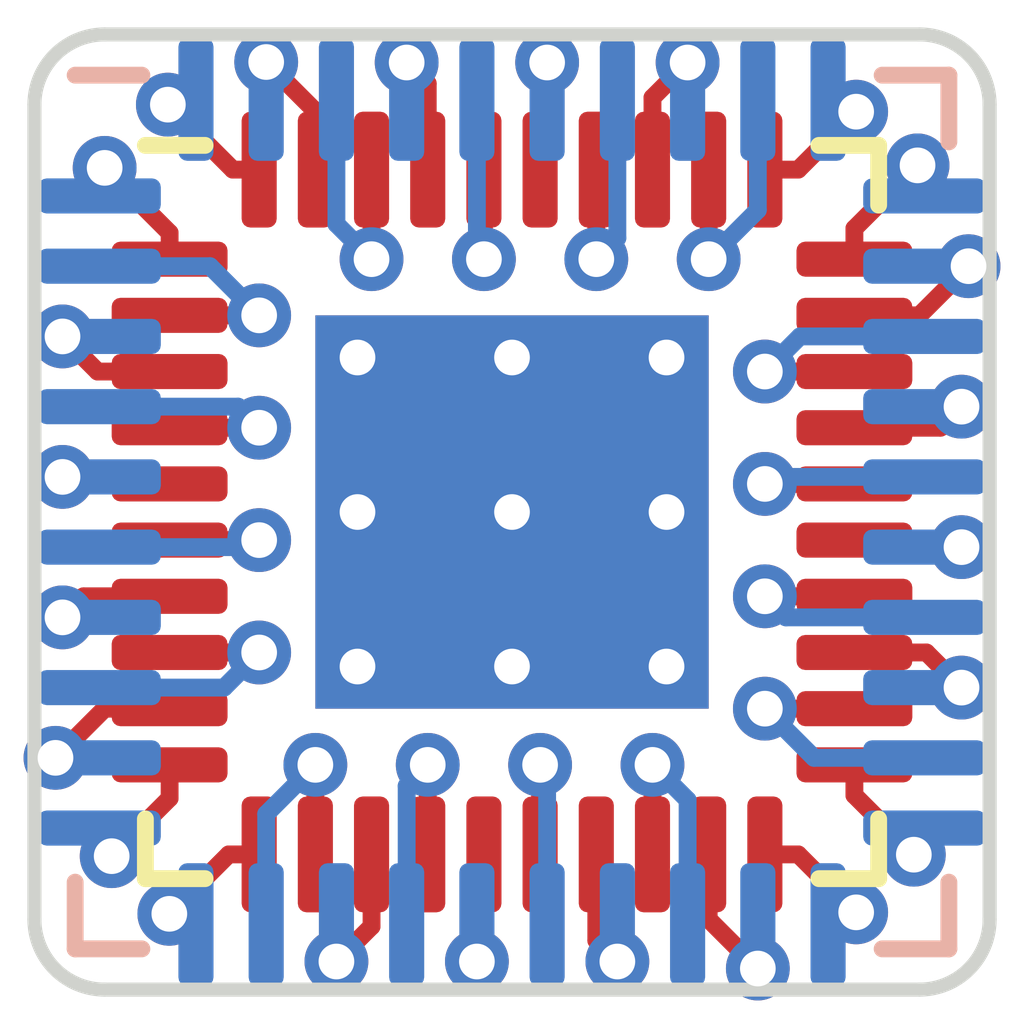
<source format=kicad_pcb>
(kicad_pcb (version 20211014) (generator pcbnew)
  (layers (0 "F.Cu" signal) (1 "In1.Cu" signal) (2 "In2.Cu" signal) (31 "B.Cu" signal) (34 "B.Paste" user) (35 "F.Paste" user) (36 "B.SilkS" user "B.Silkscreen") (37 "F.SilkS" user "F.Silkscreen") (38 "B.Mask" user) (39 "F.Mask" user) (44 "Edge.Cuts" user))
  (net 0 "")
  (net 1 "1")
  (net 2 "2")
  (net 3 "3")
  (net 4 "4")
  (net 5 "5")
  (net 6 "6")
  (net 7 "7")
  (net 8 "8")
  (net 9 "9")
  (net 10 "10")
  (net 11 "11")
  (net 12 "12")
  (net 13 "13")
  (net 14 "14")
  (net 15 "15")
  (net 16 "16")
  (net 17 "17")
  (net 18 "18")
  (net 19 "19")
  (net 20 "20")
  (net 21 "21")
  (net 22 "22")
  (net 23 "23")
  (net 24 "24")
  (net 25 "25")
  (net 26 "26")
  (net 27 "27")
  (net 28 "28")
  (net 29 "29")
  (net 30 "30")
  (net 31 "31")
  (net 32 "32")
  (net 33 "33")
  (net 34 "34")
  (net 35 "35")
  (net 36 "36")
  (net 37 "37")
  (net 38 "38")
  (net 39 "39")
  (net 40 "40")
  (net 41 "41")
  (footprint "Package_DFN_QFN:QFN-40-1EP_5x5mm_P0.4mm_EP3.6x3.6mm" (layer "F.Cu") (at 130 95)
    (fp_text reference "IC1" hide)
    (fp_text value "PCA9957HNMP" hide)
    (fp_line (start 2.61 2.61) (end 2.61 2.185) (layer "F.SilkS") (width 0.12))
    (fp_line (start 2.61 -2.61) (end 2.61 -2.185) (layer "F.SilkS") (width 0.12))
    (fp_line (start -2.185 2.61) (end -2.61 2.61) (layer "F.SilkS") (width 0.12))
    (fp_line (start -2.185 -2.61) (end -2.61 -2.61) (layer "F.SilkS") (width 0.12))
    (fp_line (start -2.61 2.61) (end -2.61 2.185) (layer "F.SilkS") (width 0.12))
    (fp_line (start 2.185 2.61) (end 2.61 2.61) (layer "F.SilkS") (width 0.12))
    (fp_line (start 2.185 -2.61) (end 2.61 -2.61) (layer "F.SilkS") (width 0.12))
    (pad "1" smd roundrect (at -2.4375 -1.8) (size 0.825 0.25) (layers "F.Cu" "F.Paste" "F.Mask") (net 1 "1"))
    (pad "2" smd roundrect (at -2.4375 -1.4) (size 0.825 0.25) (layers "F.Cu" "F.Paste" "F.Mask") (net 2 "2"))
    (pad "3" smd roundrect (at -2.4375 -1) (size 0.825 0.25) (layers "F.Cu" "F.Paste" "F.Mask") (net 3 "3"))
    (pad "4" smd roundrect (at -2.4375 -0.6) (size 0.825 0.25) (layers "F.Cu" "F.Paste" "F.Mask") (net 4 "4"))
    (pad "5" smd roundrect (at -2.4375 -0.2) (size 0.825 0.25) (layers "F.Cu" "F.Paste" "F.Mask") (net 5 "5"))
    (pad "6" smd roundrect (at -2.4375 0.2) (size 0.825 0.25) (layers "F.Cu" "F.Paste" "F.Mask") (net 6 "6"))
    (pad "7" smd roundrect (at -2.4375 0.6) (size 0.825 0.25) (layers "F.Cu" "F.Paste" "F.Mask") (net 7 "7"))
    (pad "8" smd roundrect (at -2.4375 1) (size 0.825 0.25) (layers "F.Cu" "F.Paste" "F.Mask") (net 8 "8"))
    (pad "9" smd roundrect (at -2.4375 1.4) (size 0.825 0.25) (layers "F.Cu" "F.Paste" "F.Mask") (net 9 "9"))
    (pad "10" smd roundrect (at -2.4375 1.8) (size 0.825 0.25) (layers "F.Cu" "F.Paste" "F.Mask") (net 10 "10"))
    (pad "11" smd roundrect (at -1.8 2.4375) (size 0.25 0.825) (layers "F.Cu" "F.Paste" "F.Mask") (net 11 "11"))
    (pad "12" smd roundrect (at -1.4 2.4375) (size 0.25 0.825) (layers "F.Cu" "F.Paste" "F.Mask") (net 12 "12"))
    (pad "13" smd roundrect (at -1 2.4375) (size 0.25 0.825) (layers "F.Cu" "F.Paste" "F.Mask") (net 13 "13"))
    (pad "14" smd roundrect (at -0.6 2.4375) (size 0.25 0.825) (layers "F.Cu" "F.Paste" "F.Mask") (net 14 "14"))
    (pad "15" smd roundrect (at -0.2 2.4375) (size 0.25 0.825) (layers "F.Cu" "F.Paste" "F.Mask") (net 15 "15"))
    (pad "16" smd roundrect (at 0.2 2.4375) (size 0.25 0.825) (layers "F.Cu" "F.Paste" "F.Mask") (net 16 "16"))
    (pad "17" smd roundrect (at 0.6 2.4375) (size 0.25 0.825) (layers "F.Cu" "F.Paste" "F.Mask") (net 17 "17"))
    (pad "18" smd roundrect (at 1 2.4375) (size 0.25 0.825) (layers "F.Cu" "F.Paste" "F.Mask") (net 18 "18"))
    (pad "19" smd roundrect (at 1.4 2.4375) (size 0.25 0.825) (layers "F.Cu" "F.Paste" "F.Mask") (net 19 "19"))
    (pad "20" smd roundrect (at 1.8 2.4375) (size 0.25 0.825) (layers "F.Cu" "F.Paste" "F.Mask") (net 20 "20"))
    (pad "21" smd roundrect (at 2.4375 1.8) (size 0.825 0.25) (layers "F.Cu" "F.Paste" "F.Mask") (net 21 "21"))
    (pad "22" smd roundrect (at 2.4375 1.4) (size 0.825 0.25) (layers "F.Cu" "F.Paste" "F.Mask") (net 22 "22"))
    (pad "23" smd roundrect (at 2.4375 1) (size 0.825 0.25) (layers "F.Cu" "F.Paste" "F.Mask") (net 23 "23"))
    (pad "24" smd roundrect (at 2.4375 0.6) (size 0.825 0.25) (layers "F.Cu" "F.Paste" "F.Mask") (net 24 "24"))
    (pad "25" smd roundrect (at 2.4375 0.2) (size 0.825 0.25) (layers "F.Cu" "F.Paste" "F.Mask") (net 25 "25"))
    (pad "26" smd roundrect (at 2.4375 -0.2) (size 0.825 0.25) (layers "F.Cu" "F.Paste" "F.Mask") (net 26 "26"))
    (pad "27" smd roundrect (at 2.4375 -0.6) (size 0.825 0.25) (layers "F.Cu" "F.Paste" "F.Mask") (net 27 "27"))
    (pad "28" smd roundrect (at 2.4375 -1) (size 0.825 0.25) (layers "F.Cu" "F.Paste" "F.Mask") (net 28 "28"))
    (pad "29" smd roundrect (at 2.4375 -1.4) (size 0.825 0.25) (layers "F.Cu" "F.Paste" "F.Mask") (net 29 "29"))
    (pad "30" smd roundrect (at 2.4375 -1.8) (size 0.825 0.25) (layers "F.Cu" "F.Paste" "F.Mask") (net 30 "30"))
    (pad "31" smd roundrect (at 1.8 -2.4375) (size 0.25 0.825) (layers "F.Cu" "F.Paste" "F.Mask") (net 31 "31"))
    (pad "32" smd roundrect (at 1.4 -2.4375) (size 0.25 0.825) (layers "F.Cu" "F.Paste" "F.Mask") (net 32 "32"))
    (pad "33" smd roundrect (at 1 -2.4375) (size 0.25 0.825) (layers "F.Cu" "F.Paste" "F.Mask") (net 33 "33"))
    (pad "34" smd roundrect (at 0.6 -2.4375) (size 0.25 0.825) (layers "F.Cu" "F.Paste" "F.Mask") (net 34 "34"))
    (pad "35" smd roundrect (at 0.2 -2.4375) (size 0.25 0.825) (layers "F.Cu" "F.Paste" "F.Mask") (net 35 "35"))
    (pad "36" smd roundrect (at -0.2 -2.4375) (size 0.25 0.825) (layers "F.Cu" "F.Paste" "F.Mask") (net 36 "36"))
    (pad "37" smd roundrect (at -0.6 -2.4375) (size 0.25 0.825) (layers "F.Cu" "F.Paste" "F.Mask") (net 37 "37"))
    (pad "38" smd roundrect (at -1 -2.4375) (size 0.25 0.825) (layers "F.Cu" "F.Paste" "F.Mask") (net 38 "38"))
    (pad "39" smd roundrect (at -1.4 -2.4375) (size 0.25 0.825) (layers "F.Cu" "F.Paste" "F.Mask") (net 39 "39"))
    (pad "40" smd roundrect (at -1.8 -2.4375) (size 0.25 0.825) (layers "F.Cu" "F.Paste" "F.Mask") (net 40 "40"))
    (pad "41" smd rect (at 0 0) (size 2.8 2.8) (layers "F.Cu" "F.Mask") (net 41 "41"))
  )
  (footprint "Package_DFN_QFN:HVQFN-40-1EP_6x6mm_P0.5mm_EP4.1x4.1mm" (layer "B.Cu") (at 130 95 180)
    (fp_text reference "IC2" hide)
    (fp_text value "PCA9957HNMP" hide)
    (fp_line (start 2.635 3.11) (end 3.11 3.11) (layer "B.SilkS") (width 0.12))
    (fp_line (start -3.11 -3.11) (end -3.11 -2.635) (layer "B.SilkS") (width 0.12))
    (fp_line (start -2.635 -3.11) (end -3.11 -3.11) (layer "B.SilkS") (width 0.12))
    (fp_line (start 3.11 -3.11) (end 3.11 -2.635) (layer "B.SilkS") (width 0.12))
    (fp_line (start -3.11 3.11) (end -3.11 2.635) (layer "B.SilkS") (width 0.12))
    (fp_line (start -2.635 3.11) (end -3.11 3.11) (layer "B.SilkS") (width 0.12))
    (fp_line (start 2.635 -3.11) (end 3.11 -3.11) (layer "B.SilkS") (width 0.12))
    (pad "1" smd roundrect (at 2.9375 2.25 180) (size 0.875 0.25) (layers "B.Cu" "B.Paste" "B.Mask") (net 1 "1"))
    (pad "2" smd roundrect (at 2.9375 1.75 180) (size 0.875 0.25) (layers "B.Cu" "B.Paste" "B.Mask") (net 2 "2"))
    (pad "3" smd roundrect (at 2.9375 1.25 180) (size 0.875 0.25) (layers "B.Cu" "B.Paste" "B.Mask") (net 3 "3"))
    (pad "4" smd roundrect (at 2.9375 0.75 180) (size 0.875 0.25) (layers "B.Cu" "B.Paste" "B.Mask") (net 4 "4"))
    (pad "5" smd roundrect (at 2.9375 0.25 180) (size 0.875 0.25) (layers "B.Cu" "B.Paste" "B.Mask") (net 5 "5"))
    (pad "6" smd roundrect (at 2.9375 -0.25 180) (size 0.875 0.25) (layers "B.Cu" "B.Paste" "B.Mask") (net 6 "6"))
    (pad "7" smd roundrect (at 2.9375 -0.75 180) (size 0.875 0.25) (layers "B.Cu" "B.Paste" "B.Mask") (net 7 "7"))
    (pad "8" smd roundrect (at 2.9375 -1.25 180) (size 0.875 0.25) (layers "B.Cu" "B.Paste" "B.Mask") (net 8 "8"))
    (pad "9" smd roundrect (at 2.9375 -1.75 180) (size 0.875 0.25) (layers "B.Cu" "B.Paste" "B.Mask") (net 9 "9"))
    (pad "10" smd roundrect (at 2.9375 -2.25 180) (size 0.875 0.25) (layers "B.Cu" "B.Paste" "B.Mask") (net 10 "10"))
    (pad "11" smd roundrect (at 2.25 -2.9375 180) (size 0.25 0.875) (layers "B.Cu" "B.Paste" "B.Mask") (net 11 "11"))
    (pad "12" smd roundrect (at 1.75 -2.9375 180) (size 0.25 0.875) (layers "B.Cu" "B.Paste" "B.Mask") (net 12 "12"))
    (pad "13" smd roundrect (at 1.25 -2.9375 180) (size 0.25 0.875) (layers "B.Cu" "B.Paste" "B.Mask") (net 13 "13"))
    (pad "14" smd roundrect (at 0.75 -2.9375 180) (size 0.25 0.875) (layers "B.Cu" "B.Paste" "B.Mask") (net 14 "14"))
    (pad "15" smd roundrect (at 0.25 -2.9375 180) (size 0.25 0.875) (layers "B.Cu" "B.Paste" "B.Mask") (net 15 "15"))
    (pad "16" smd roundrect (at -0.25 -2.9375 180) (size 0.25 0.875) (layers "B.Cu" "B.Paste" "B.Mask") (net 16 "16"))
    (pad "17" smd roundrect (at -0.75 -2.9375 180) (size 0.25 0.875) (layers "B.Cu" "B.Paste" "B.Mask") (net 17 "17"))
    (pad "18" smd roundrect (at -1.25 -2.9375 180) (size 0.25 0.875) (layers "B.Cu" "B.Paste" "B.Mask") (net 18 "18"))
    (pad "19" smd roundrect (at -1.75 -2.9375 180) (size 0.25 0.875) (layers "B.Cu" "B.Paste" "B.Mask") (net 19 "19"))
    (pad "20" smd roundrect (at -2.25 -2.9375 180) (size 0.25 0.875) (layers "B.Cu" "B.Paste" "B.Mask") (net 20 "20"))
    (pad "21" smd roundrect (at -2.9375 -2.25 180) (size 0.875 0.25) (layers "B.Cu" "B.Paste" "B.Mask") (net 21 "21"))
    (pad "22" smd roundrect (at -2.9375 -1.75 180) (size 0.875 0.25) (layers "B.Cu" "B.Paste" "B.Mask") (net 22 "22"))
    (pad "23" smd roundrect (at -2.9375 -1.25 180) (size 0.875 0.25) (layers "B.Cu" "B.Paste" "B.Mask") (net 23 "23"))
    (pad "24" smd roundrect (at -2.9375 -0.75 180) (size 0.875 0.25) (layers "B.Cu" "B.Paste" "B.Mask") (net 24 "24"))
    (pad "25" smd roundrect (at -2.9375 -0.25 180) (size 0.875 0.25) (layers "B.Cu" "B.Paste" "B.Mask") (net 25 "25"))
    (pad "26" smd roundrect (at -2.9375 0.25 180) (size 0.875 0.25) (layers "B.Cu" "B.Paste" "B.Mask") (net 26 "26"))
    (pad "27" smd roundrect (at -2.9375 0.75 180) (size 0.875 0.25) (layers "B.Cu" "B.Paste" "B.Mask") (net 27 "27"))
    (pad "28" smd roundrect (at -2.9375 1.25 180) (size 0.875 0.25) (layers "B.Cu" "B.Paste" "B.Mask") (net 28 "28"))
    (pad "29" smd roundrect (at -2.9375 1.75 180) (size 0.875 0.25) (layers "B.Cu" "B.Paste" "B.Mask") (net 29 "29"))
    (pad "30" smd roundrect (at -2.9375 2.25 180) (size 0.875 0.25) (layers "B.Cu" "B.Paste" "B.Mask") (net 30 "30"))
    (pad "31" smd roundrect (at -2.25 2.9375 180) (size 0.25 0.875) (layers "B.Cu" "B.Paste" "B.Mask") (net 31 "31"))
    (pad "32" smd roundrect (at -1.75 2.9375 180) (size 0.25 0.875) (layers "B.Cu" "B.Paste" "B.Mask") (net 32 "32"))
    (pad "33" smd roundrect (at -1.25 2.9375 180) (size 0.25 0.875) (layers "B.Cu" "B.Paste" "B.Mask") (net 33 "33"))
    (pad "34" smd roundrect (at -0.75 2.9375 180) (size 0.25 0.875) (layers "B.Cu" "B.Paste" "B.Mask") (net 34 "34"))
    (pad "35" smd roundrect (at -0.25 2.9375 180) (size 0.25 0.875) (layers "B.Cu" "B.Paste" "B.Mask") (net 35 "35"))
    (pad "36" smd roundrect (at 0.25 2.9375 180) (size 0.25 0.875) (layers "B.Cu" "B.Paste" "B.Mask") (net 36 "36"))
    (pad "37" smd roundrect (at 0.75 2.9375 180) (size 0.25 0.875) (layers "B.Cu" "B.Paste" "B.Mask") (net 37 "37"))
    (pad "38" smd roundrect (at 1.25 2.9375 180) (size 0.25 0.875) (layers "B.Cu" "B.Paste" "B.Mask") (net 38 "38"))
    (pad "39" smd roundrect (at 1.75 2.9375 180) (size 0.25 0.875) (layers "B.Cu" "B.Paste" "B.Mask") (net 39 "39"))
    (pad "40" smd roundrect (at 2.25 2.9375 180) (size 0.25 0.875) (layers "B.Cu" "B.Paste" "B.Mask") (net 40 "40"))
    (pad "41" smd rect (at 0 0 180) (size 2.8 2.8) (layers "B.Cu" "B.Mask") (net 41 "41"))
  )
  (gr_arc (start 133.4 97.9) (mid 133.253553 98.253553) (end 132.9 98.4) (layer "Edge.Cuts") (width 0.1))
  (gr_line (start 126.6 97.9) (end 126.6 92.1) (layer "Edge.Cuts") (width 0.1))
  (gr_arc (start 126.6 92.1) (mid 126.746447 91.746447) (end 127.1 91.6) (layer "Edge.Cuts") (width 0.1))
  (gr_arc (start 127.1 98.4) (mid 126.746447 98.253553) (end 126.6 97.9) (layer "Edge.Cuts") (width 0.1))
  (gr_line (start 132.9 98.4) (end 127.1 98.4) (layer "Edge.Cuts") (width 0.1))
  (gr_line (start 127.1 91.6) (end 132.9 91.6) (layer "Edge.Cuts") (width 0.1))
  (gr_line (start 133.4 92.1) (end 133.4 97.9) (layer "Edge.Cuts") (width 0.1))
  (gr_arc (start 132.9 91.6) (mid 133.253553 91.746447) (end 133.4 92.1) (layer "Edge.Cuts") (width 0.1))
  (segment (start 127.5625 93.0125) (end 127.1 92.55) (width 0.127) (layer "F.Cu") (net 1))
  (segment (start 127.5625 93.2) (end 127.5625 93.0125) (width 0.127) (layer "F.Cu") (net 1))
  (via (at 127.1 92.55) (size 0.454) (drill 0.254) (layers "F.Cu" "B.Cu") (net 1))
  (segment (start 127.1 92.55) (end 127.1 92.7125) (width 0.127) (layer "B.Cu") (net 1))
  (segment (start 127.1 92.7125) (end 127.0625 92.75) (width 0.127) (layer "B.Cu") (net 1))
  (segment (start 128.2 93.6) (end 127.5625 93.6) (width 0.127) (layer "F.Cu") (net 2))
  (via (at 128.2 93.6) (size 0.454) (drill 0.254) (layers "F.Cu" "B.Cu") (net 2))
  (segment (start 128.2 93.6) (end 127.85 93.25) (width 0.127) (layer "B.Cu") (net 2))
  (segment (start 127.85 93.25) (end 127.0625 93.25) (width 0.127) (layer "B.Cu") (net 2))
  (segment (start 127.05 94) (end 127.5625 94) (width 0.127) (layer "F.Cu") (net 3))
  (segment (start 126.8 93.75) (end 127.05 94) (width 0.127) (layer "F.Cu") (net 3))
  (via (at 126.8 93.75) (size 0.454) (drill 0.254) (layers "F.Cu" "B.Cu") (net 3))
  (segment (start 126.8 93.75) (end 127.0625 93.75) (width 0.127) (layer "B.Cu") (net 3))
  (segment (start 128.2 94.4) (end 127.5625 94.4) (width 0.127) (layer "F.Cu") (net 4))
  (via (at 128.2 94.4) (size 0.454) (drill 0.254) (layers "F.Cu" "B.Cu") (net 4))
  (segment (start 128.05 94.25) (end 128.2 94.4) (width 0.127) (layer "B.Cu") (net 4))
  (segment (start 127.0625 94.25) (end 128.05 94.25) (width 0.127) (layer "B.Cu") (net 4))
  (segment (start 127.5625 94.8) (end 126.85 94.8) (width 0.127) (layer "F.Cu") (net 5))
  (segment (start 126.85 94.8) (end 126.8 94.75) (width 0.127) (layer "F.Cu") (net 5))
  (via (at 126.8 94.75) (size 0.454) (drill 0.254) (layers "F.Cu" "B.Cu") (net 5))
  (segment (start 126.8 94.75) (end 127.0625 94.75) (width 0.127) (layer "B.Cu") (net 5))
  (segment (start 127.5625 95.2) (end 128.2 95.2) (width 0.127) (layer "F.Cu") (net 6))
  (via (at 128.2 95.2) (size 0.454) (drill 0.254) (layers "F.Cu" "B.Cu") (net 6))
  (segment (start 128.15 95.25) (end 128.2 95.2) (width 0.127) (layer "B.Cu") (net 6))
  (segment (start 127.0625 95.25) (end 128.15 95.25) (width 0.127) (layer "B.Cu") (net 6))
  (segment (start 127.5625 95.6) (end 126.95 95.6) (width 0.127) (layer "F.Cu") (net 7))
  (segment (start 126.95 95.6) (end 126.8 95.75) (width 0.127) (layer "F.Cu") (net 7))
  (via (at 126.8 95.75) (size 0.454) (drill 0.254) (layers "F.Cu" "B.Cu") (net 7))
  (segment (start 126.8 95.75) (end 127.0625 95.75) (width 0.127) (layer "B.Cu") (net 7))
  (segment (start 128.2 96) (end 127.5625 96) (width 0.127) (layer "F.Cu") (net 8))
  (via (at 128.2 96) (size 0.454) (drill 0.254) (layers "F.Cu" "B.Cu") (net 8))
  (segment (start 127.0625 96.25) (end 127.95 96.25) (width 0.127) (layer "B.Cu") (net 8))
  (segment (start 127.95 96.25) (end 128.2 96) (width 0.127) (layer "B.Cu") (net 8))
  (segment (start 127.5625 96.4) (end 127.1 96.4) (width 0.127) (layer "F.Cu") (net 9))
  (segment (start 127.1 96.4) (end 126.75 96.75) (width 0.127) (layer "F.Cu") (net 9))
  (via (at 126.75 96.75) (size 0.454) (drill 0.254) (layers "F.Cu" "B.Cu") (net 9))
  (segment (start 126.75 96.75) (end 127.0625 96.75) (width 0.127) (layer "B.Cu") (net 9))
  (segment (start 127.5625 96.8) (end 127.5625 97.0375) (width 0.127) (layer "F.Cu") (net 10))
  (segment (start 127.5625 97.0375) (end 127.15 97.45) (width 0.127) (layer "F.Cu") (net 10))
  (via (at 127.15 97.45) (size 0.454) (drill 0.254) (layers "F.Cu" "B.Cu") (net 10))
  (segment (start 127.15 97.45) (end 127.15 97.3375) (width 0.127) (layer "B.Cu") (net 10))
  (segment (start 127.15 97.3375) (end 127.0625 97.25) (width 0.127) (layer "B.Cu") (net 10))
  (segment (start 128.2 97.4375) (end 127.983454 97.4375) (width 0.127) (layer "F.Cu") (net 11))
  (segment (start 127.983454 97.4375) (end 127.560477 97.860477) (width 0.127) (layer "F.Cu") (net 11))
  (via (at 127.560477 97.860477) (size 0.454) (drill 0.254) (layers "F.Cu" "B.Cu") (net 11))
  (segment (start 127.560477 97.860477) (end 127.672977 97.860477) (width 0.127) (layer "B.Cu") (net 11))
  (segment (start 127.672977 97.860477) (end 127.75 97.9375) (width 0.127) (layer "B.Cu") (net 11))
  (segment (start 128.6 96.8) (end 128.6 97.4375) (width 0.127) (layer "F.Cu") (net 12))
  (via (at 128.6 96.8) (size 0.454) (drill 0.254) (layers "F.Cu" "B.Cu") (net 12))
  (segment (start 128.25 97.15) (end 128.6 96.8) (width 0.127) (layer "B.Cu") (net 12))
  (segment (start 128.25 97.9375) (end 128.25 97.15) (width 0.127) (layer "B.Cu") (net 12))
  (segment (start 129 97.4375) (end 129 97.95) (width 0.127) (layer "F.Cu") (net 13))
  (segment (start 129 97.95) (end 128.75 98.2) (width 0.127) (layer "F.Cu") (net 13))
  (via (at 128.75 98.2) (size 0.454) (drill 0.254) (layers "F.Cu" "B.Cu") (net 13))
  (segment (start 128.75 98.2) (end 128.75 97.9375) (width 0.127) (layer "B.Cu") (net 13))
  (segment (start 129.4 96.8) (end 129.4 97.4375) (width 0.127) (layer "F.Cu") (net 14))
  (via (at 129.4 96.8) (size 0.454) (drill 0.254) (layers "F.Cu" "B.Cu") (net 14))
  (segment (start 129.25 97.9375) (end 129.25 96.95) (width 0.127) (layer "B.Cu") (net 14))
  (segment (start 129.25 96.95) (end 129.4 96.8) (width 0.127) (layer "B.Cu") (net 14))
  (segment (start 129.8 98.15) (end 129.75 98.2) (width 0.127) (layer "F.Cu") (net 15))
  (segment (start 129.8 97.4375) (end 129.8 98.15) (width 0.127) (layer "F.Cu") (net 15))
  (via (at 129.75 98.2) (size 0.454) (drill 0.254) (layers "F.Cu" "B.Cu") (net 15))
  (segment (start 129.75 98.2) (end 129.75 97.9375) (width 0.127) (layer "B.Cu") (net 15))
  (segment (start 130.2 96.8) (end 130.2 97.4375) (width 0.127) (layer "F.Cu") (net 16))
  (via (at 130.2 96.8) (size 0.454) (drill 0.254) (layers "F.Cu" "B.Cu") (net 16))
  (segment (start 130.25 97.9375) (end 130.25 96.85) (width 0.127) (layer "B.Cu") (net 16))
  (segment (start 130.25 96.85) (end 130.2 96.8) (width 0.127) (layer "B.Cu") (net 16))
  (segment (start 130.6 98.05) (end 130.75 98.2) (width 0.127) (layer "F.Cu") (net 17))
  (segment (start 130.6 97.4375) (end 130.6 98.05) (width 0.127) (layer "F.Cu") (net 17))
  (via (at 130.75 98.2) (size 0.454) (drill 0.254) (layers "F.Cu" "B.Cu") (net 17))
  (segment (start 130.75 98.2) (end 130.75 97.9375) (width 0.127) (layer "B.Cu") (net 17))
  (segment (start 131 96.8) (end 131 97.4375) (width 0.127) (layer "F.Cu") (net 18))
  (via (at 131 96.8) (size 0.454) (drill 0.254) (layers "F.Cu" "B.Cu") (net 18))
  (segment (start 131.25 97.05) (end 131 96.8) (width 0.127) (layer "B.Cu") (net 18))
  (segment (start 131.25 97.9375) (end 131.25 97.05) (width 0.127) (layer "B.Cu") (net 18))
  (segment (start 131.4 97.9) (end 131.75 98.25) (width 0.127) (layer "F.Cu") (net 19))
  (segment (start 131.4 97.4375) (end 131.4 97.9) (width 0.127) (layer "F.Cu") (net 19))
  (via (at 131.75 98.25) (size 0.454) (drill 0.254) (layers "F.Cu" "B.Cu") (net 19))
  (segment (start 131.75 98.25) (end 131.75 97.9375) (width 0.127) (layer "B.Cu") (net 19))
  (segment (start 132.0375 97.4375) (end 132.45 97.85) (width 0.127) (layer "F.Cu") (net 20))
  (segment (start 131.8 97.4375) (end 132.0375 97.4375) (width 0.127) (layer "F.Cu") (net 20))
  (via (at 132.45 97.85) (size 0.454) (drill 0.254) (layers "F.Cu" "B.Cu") (net 20))
  (segment (start 132.3375 97.85) (end 132.25 97.9375) (width 0.127) (layer "B.Cu") (net 20))
  (segment (start 132.45 97.85) (end 132.3375 97.85) (width 0.127) (layer "B.Cu") (net 20))
  (segment (start 132.4375 96.8) (end 132.4375 97.016546) (width 0.127) (layer "F.Cu") (net 21))
  (segment (start 132.4375 97.016546) (end 132.860477 97.439523) (width 0.127) (layer "F.Cu") (net 21))
  (via (at 132.860477 97.439523) (size 0.454) (drill 0.254) (layers "F.Cu" "B.Cu") (net 21))
  (segment (start 132.860477 97.327023) (end 132.9375 97.25) (width 0.127) (layer "B.Cu") (net 21))
  (segment (start 132.860477 97.439523) (end 132.860477 97.327023) (width 0.127) (layer "B.Cu") (net 21))
  (segment (start 131.8 96.4) (end 132.4375 96.4) (width 0.127) (layer "F.Cu") (net 22))
  (via (at 131.8 96.4) (size 0.454) (drill 0.254) (layers "F.Cu" "B.Cu") (net 22))
  (segment (start 132.9375 96.75) (end 132.15 96.75) (width 0.127) (layer "B.Cu") (net 22))
  (segment (start 132.15 96.75) (end 131.8 96.4) (width 0.127) (layer "B.Cu") (net 22))
  (segment (start 132.4375 96) (end 132.95 96) (width 0.127) (layer "F.Cu") (net 23))
  (segment (start 132.95 96) (end 133.2 96.25) (width 0.127) (layer "F.Cu") (net 23))
  (via (at 133.2 96.25) (size 0.454) (drill 0.254) (layers "F.Cu" "B.Cu") (net 23))
  (segment (start 133.2 96.25) (end 132.9375 96.25) (width 0.127) (layer "B.Cu") (net 23))
  (segment (start 132.4375 95.6) (end 131.8 95.6) (width 0.127) (layer "F.Cu") (net 24))
  (via (at 131.8 95.6) (size 0.454) (drill 0.254) (layers "F.Cu" "B.Cu") (net 24))
  (segment (start 131.95 95.75) (end 131.8 95.6) (width 0.127) (layer "B.Cu") (net 24))
  (segment (start 132.9375 95.75) (end 131.95 95.75) (width 0.127) (layer "B.Cu") (net 24))
  (segment (start 132.4375 95.2) (end 133.15 95.2) (width 0.127) (layer "F.Cu") (net 25))
  (segment (start 133.15 95.2) (end 133.2 95.25) (width 0.127) (layer "F.Cu") (net 25))
  (via (at 133.2 95.25) (size 0.454) (drill 0.254) (layers "F.Cu" "B.Cu") (net 25))
  (segment (start 133.2 95.25) (end 132.9375 95.25) (width 0.127) (layer "B.Cu") (net 25))
  (segment (start 131.8 94.8) (end 132.4375 94.8) (width 0.127) (layer "F.Cu") (net 26))
  (via (at 131.8 94.8) (size 0.454) (drill 0.254) (layers "F.Cu" "B.Cu") (net 26))
  (segment (start 131.85 94.75) (end 131.8 94.8) (width 0.127) (layer "B.Cu") (net 26))
  (segment (start 132.9375 94.75) (end 131.85 94.75) (width 0.127) (layer "B.Cu") (net 26))
  (segment (start 133.05 94.4) (end 133.2 94.25) (width 0.127) (layer "F.Cu") (net 27))
  (segment (start 132.4375 94.4) (end 133.05 94.4) (width 0.127) (layer "F.Cu") (net 27))
  (via (at 133.2 94.25) (size 0.454) (drill 0.254) (layers "F.Cu" "B.Cu") (net 27))
  (segment (start 133.2 94.25) (end 132.9375 94.25) (width 0.127) (layer "B.Cu") (net 27))
  (segment (start 131.8 94) (end 132.4375 94) (width 0.127) (layer "F.Cu") (net 28))
  (via (at 131.8 94) (size 0.454) (drill 0.254) (layers "F.Cu" "B.Cu") (net 28))
  (segment (start 132.9375 93.75) (end 132.05 93.75) (width 0.127) (layer "B.Cu") (net 28))
  (segment (start 132.05 93.75) (end 131.8 94) (width 0.127) (layer "B.Cu") (net 28))
  (segment (start 132.4375 93.6) (end 132.9 93.6) (width 0.127) (layer "F.Cu") (net 29))
  (segment (start 132.9 93.6) (end 133.25 93.25) (width 0.127) (layer "F.Cu") (net 29))
  (via (at 133.25 93.25) (size 0.454) (drill 0.254) (layers "F.Cu" "B.Cu") (net 29))
  (segment (start 133.25 93.25) (end 132.9375 93.25) (width 0.127) (layer "B.Cu") (net 29))
  (segment (start 132.4375 93.2) (end 132.4375 92.981635) (width 0.127) (layer "F.Cu") (net 30))
  (segment (start 132.4375 92.981635) (end 132.886872 92.532263) (width 0.127) (layer "F.Cu") (net 30))
  (via (at 132.886872 92.532263) (size 0.454) (drill 0.254) (layers "F.Cu" "B.Cu") (net 30))
  (segment (start 132.886872 92.699372) (end 132.9375 92.75) (width 0.127) (layer "B.Cu") (net 30))
  (segment (start 132.886872 92.532263) (end 132.886872 92.699372) (width 0.127) (layer "B.Cu") (net 30))
  (segment (start 132.0375 92.5625) (end 132.45 92.15) (width 0.127) (layer "F.Cu") (net 31))
  (segment (start 131.8 92.5625) (end 132.0375 92.5625) (width 0.127) (layer "F.Cu") (net 31))
  (via (at 132.45 92.15) (size 0.454) (drill 0.254) (layers "F.Cu" "B.Cu") (net 31))
  (segment (start 132.45 92.15) (end 132.3375 92.15) (width 0.127) (layer "B.Cu") (net 31))
  (segment (start 132.3375 92.15) (end 132.25 92.0625) (width 0.127) (layer "B.Cu") (net 31))
  (segment (start 131.4 93.2) (end 131.4 92.5625) (width 0.127) (layer "F.Cu") (net 32))
  (via (at 131.4 93.2) (size 0.454) (drill 0.254) (layers "F.Cu" "B.Cu") (net 32))
  (segment (start 131.75 92.85) (end 131.4 93.2) (width 0.127) (layer "B.Cu") (net 32))
  (segment (start 131.75 92.0625) (end 131.75 92.85) (width 0.127) (layer "B.Cu") (net 32))
  (segment (start 131 92.05) (end 131.25 91.8) (width 0.127) (layer "F.Cu") (net 33))
  (segment (start 131 92.5625) (end 131 92.05) (width 0.127) (layer "F.Cu") (net 33))
  (via (at 131.25 91.8) (size 0.454) (drill 0.254) (layers "F.Cu" "B.Cu") (net 33))
  (segment (start 131.25 91.8) (end 131.25 92.0625) (width 0.127) (layer "B.Cu") (net 33))
  (segment (start 130.6 93.2) (end 130.6 92.5625) (width 0.127) (layer "F.Cu") (net 34))
  (via (at 130.6 93.2) (size 0.454) (drill 0.254) (layers "F.Cu" "B.Cu") (net 34))
  (segment (start 130.75 92.0625) (end 130.75 93.05) (width 0.127) (layer "B.Cu") (net 34))
  (segment (start 130.75 93.05) (end 130.6 93.2) (width 0.127) (layer "B.Cu") (net 34))
  (segment (start 130.2 92.5625) (end 130.2 91.85) (width 0.127) (layer "F.Cu") (net 35))
  (segment (start 130.2 91.85) (end 130.25 91.8) (width 0.127) (layer "F.Cu") (net 35))
  (via (at 130.25 91.8) (size 0.454) (drill 0.254) (layers "F.Cu" "B.Cu") (net 35))
  (segment (start 130.25 91.8) (end 130.25 92.0625) (width 0.127) (layer "B.Cu") (net 35))
  (segment (start 129.8 93.2) (end 129.8 92.5625) (width 0.127) (layer "F.Cu") (net 36))
  (via (at 129.8 93.2) (size 0.454) (drill 0.254) (layers "F.Cu" "B.Cu") (net 36))
  (segment (start 129.75 93.15) (end 129.8 93.2) (width 0.127) (layer "B.Cu") (net 36))
  (segment (start 129.75 92.0625) (end 129.75 93.15) (width 0.127) (layer "B.Cu") (net 36))
  (segment (start 129.4 91.95) (end 129.25 91.8) (width 0.127) (layer "F.Cu") (net 37))
  (segment (start 129.4 92.5625) (end 129.4 91.95) (width 0.127) (layer "F.Cu") (net 37))
  (via (at 129.25 91.8) (size 0.454) (drill 0.254) (layers "F.Cu" "B.Cu") (net 37))
  (segment (start 129.25 91.8) (end 129.25 92.0625) (width 0.127) (layer "B.Cu") (net 37))
  (segment (start 129 93.2) (end 129 92.5625) (width 0.127) (layer "F.Cu") (net 38))
  (via (at 129 93.2) (size 0.454) (drill 0.254) (layers "F.Cu" "B.Cu") (net 38))
  (segment (start 128.75 92.0625) (end 128.75 92.95) (width 0.127) (layer "B.Cu") (net 38))
  (segment (start 128.75 92.95) (end 129 93.2) (width 0.127) (layer "B.Cu") (net 38))
  (segment (start 128.6 92.5625) (end 128.6 92.1465) (width 0.127) (layer "F.Cu") (net 39))
  (segment (start 128.6 92.1465) (end 128.25 91.7965) (width 0.127) (layer "F.Cu") (net 39))
  (via (at 128.25 91.7965) (size 0.454) (drill 0.254) (layers "F.Cu" "B.Cu") (net 39))
  (segment (start 128.25 91.7965) (end 128.25 92.0625) (width 0.127) (layer "B.Cu") (net 39))
  (segment (start 128.0125 92.5625) (end 127.55 92.1) (width 0.127) (layer "F.Cu") (net 40))
  (segment (start 128.2 92.5625) (end 128.0125 92.5625) (width 0.127) (layer "F.Cu") (net 40))
  (via (at 127.55 92.1) (size 0.454) (drill 0.254) (layers "F.Cu" "B.Cu") (net 40))
  (segment (start 127.7125 92.1) (end 127.75 92.0625) (width 0.127) (layer "B.Cu") (net 40))
  (segment (start 127.55 92.1) (end 127.7125 92.1) (width 0.127) (layer "B.Cu") (net 40))
  (via (at 130 96.1) (size 0.454) (drill 0.254) (layers "F.Cu" "B.Cu") (net 41))
  (via (at 131.1 93.9) (size 0.454) (drill 0.254) (layers "F.Cu" "B.Cu") (net 41))
  (via (at 128.9 93.9) (size 0.454) (drill 0.254) (layers "F.Cu" "B.Cu") (net 41))
  (via (at 130 95) (size 0.454) (drill 0.254) (layers "F.Cu" "B.Cu") (net 41))
  (via (at 128.9 96.1) (size 0.454) (drill 0.254) (layers "F.Cu" "B.Cu") (net 41))
  (via (at 131.1 95) (size 0.454) (drill 0.254) (layers "F.Cu" "B.Cu") (net 41))
  (via (at 128.9 95) (size 0.454) (drill 0.254) (layers "F.Cu" "B.Cu") (net 41))
  (via (at 130 93.9) (size 0.454) (drill 0.254) (layers "F.Cu" "B.Cu") (net 41))
  (via (at 131.1 96.1) (size 0.454) (drill 0.254) (layers "F.Cu" "B.Cu") (net 41))
)
</source>
